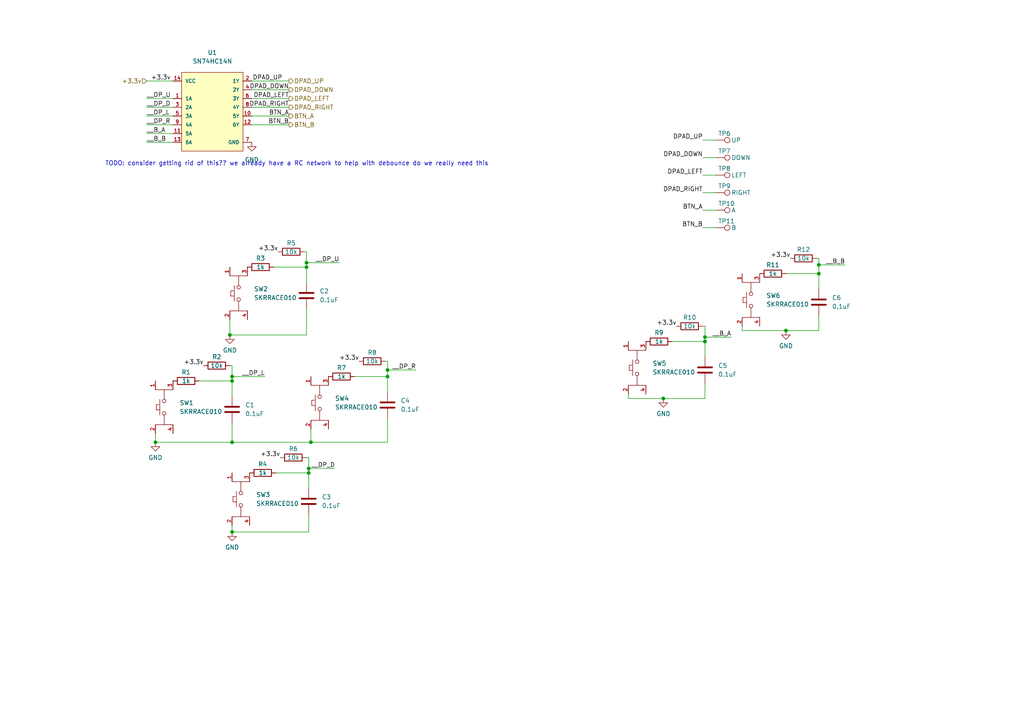
<source format=kicad_sch>
(kicad_sch (version 20210621) (generator eeschema)
  (paper "A4")
  (title_block (title "Gamepad buttons") (rev "indev") (comment 1 "https://github.com/cinnamondev/gamepithing"))
  (lib_symbols
    (symbol "Connector:TestPoint" (pin_numbers hide) (pin_names (offset 0.762) hide)
      (property "Reference" "TP" (at 0 6.858 0))
      (property "Value" "TestPoint" (at 0 5.08 0))
      (symbol "TestPoint_0_1"
        (circle (center 0 3.302) (radius 0.762))
      )
      (symbol "TestPoint_1_1"
        (pin passive line (at 0 0 90) (length 2.54) (name "1") (number "1"))
      )
    )
    (symbol "Device:C" (pin_numbers hide) (pin_names (offset 0.254))
      (property "Reference" "C" (at 0.635 2.54 0))
      (property "Value" "C" (at 0.635 -2.54 0))
      (symbol "C_0_1"
        (polyline (pts (xy -2.032 -0.762) (xy 2.032 -0.762)) (stroke (width 0.508)))
        (polyline (pts (xy -2.032 0.762) (xy 2.032 0.762)) (stroke (width 0.508)))
      )
      (symbol "C_1_1"
        (pin passive line (at 0 3.81 270) (length 2.794) (name "~") (number "1"))
        (pin passive line (at 0 -3.81 90) (length 2.794) (name "~") (number "2"))
      )
    )
    (symbol "Device:R" (pin_numbers hide) (pin_names (offset 0))
      (property "Reference" "R" (at 2.032 0 90))
      (property "Value" "R" (at 0 0 90))
      (symbol "R_0_1"
        (rectangle (start -1.016 -2.54) (end 1.016 2.54) (stroke (width 0.254)))
      )
      (symbol "R_1_1"
        (pin passive line (at 0 3.81 270) (length 1.27) (name "~") (number "1"))
        (pin passive line (at 0 -3.81 90) (length 1.27) (name "~") (number "2"))
      )
    )
    (symbol "EECBTN:SKRRACE010" (pin_names (offset 1.016))
      (property "Reference" "SW" (at 0 2.54 0))
      (property "Value" "SKRRACE010" (at 0 5.08 0))
      (symbol "SKRRACE010_1_1"
        (circle (center 8.382 -2.54) (radius 0.508))
        (circle (center 11.938 -2.54) (radius 0.508))
        (polyline (pts (xy 5.08 0) (xy 5.08 -5.08)))
        (polyline (pts (xy 7.874 -2.54) (xy 5.08 -2.54)))
        (polyline (pts (xy 7.874 -1.27) (xy 12.446 -1.27)))
        (polyline (pts (xy 9.398 -1.27) (xy 9.398 -0.254)))
        (polyline (pts (xy 9.398 -0.254) (xy 10.922 -0.254)))
        (polyline (pts (xy 10.922 -0.254) (xy 10.922 -1.016)))
        (polyline (pts (xy 12.446 -2.54) (xy 15.24 -2.54)))
        (polyline (pts (xy 15.24 0) (xy 15.24 -5.08)))
        (pin passive line (at 17.78 0 180) (length 2.54) (name "1") (number "1"))
        (pin passive line (at 2.54 0 0) (length 2.54) (name "2") (number "2"))
        (pin passive line (at 17.78 -5.08 180) (length 2.54) (name "3") (number "3"))
        (pin passive line (at 2.54 -5.08 0) (length 2.54) (name "4") (number "4"))
      )
    )
    (symbol "TI74HC14N:SN74HC14N" (pin_names (offset 1.016))
      (property "Reference" "U" (at 0 5.08 0))
      (property "Value" "SN74HC14N" (at 0 7.62 0))
      (symbol "SN74HC14N_1_1"
        (rectangle (start 5.08 2.54) (end 22.86 -20.32) (fill (type background)))
        (pin unspecified line (at 2.54 -5.08 0) (length 2.54) (name "1A") (number "1"))
        (pin unspecified line (at 25.4 -10.16 180) (length 2.54) (name "5Y") (number "10"))
        (pin unspecified line (at 2.54 -15.24 0) (length 2.54) (name "5A") (number "11"))
        (pin unspecified line (at 25.4 -12.7 180) (length 2.54) (name "6Y") (number "12"))
        (pin unspecified line (at 2.54 -17.78 0) (length 2.54) (name "6A") (number "13"))
        (pin unspecified line (at 2.54 0 0) (length 2.54) (name "VCC") (number "14"))
        (pin unspecified line (at 25.4 0 180) (length 2.54) (name "1Y") (number "2"))
        (pin unspecified line (at 2.54 -7.62 0) (length 2.54) (name "2A") (number "3"))
        (pin unspecified line (at 25.4 -2.54 180) (length 2.54) (name "2Y") (number "4"))
        (pin unspecified line (at 2.54 -10.16 0) (length 2.54) (name "3A") (number "5"))
        (pin unspecified line (at 25.4 -5.08 180) (length 2.54) (name "3Y") (number "6"))
        (pin unspecified line (at 25.4 -17.78 180) (length 2.54) (name "GND") (number "7"))
        (pin unspecified line (at 25.4 -7.62 180) (length 2.54) (name "4Y") (number "8"))
        (pin unspecified line (at 2.54 -12.7 0) (length 2.54) (name "4A") (number "9"))
      )
    )
    (symbol "power:GND" (power) (pin_names (offset 0))
      (property "Value" "GND" (at 0 -3.81 0))
      (symbol "GND_0_1"
        (polyline (pts (xy 0 0) (xy 0 -1.27) (xy 1.27 -1.27) (xy 0 -2.54) (xy -1.27 -1.27) (xy 0 -1.27)))
      )
      (symbol "GND_1_1"
        (pin power_in line (at 0 0 270) (length 0) hide (name "GND") (number "1"))
      )
    )
  )
  (junction (at 45.085 128.27) (diameter 0.9144))
  (junction (at 66.675 97.155) (diameter 0.9144))
  (junction (at 67.31 109.22) (diameter 0.9144))
  (junction (at 67.31 110.49) (diameter 0.9144))
  (junction (at 67.31 128.27) (diameter 0.9144))
  (junction (at 67.31 154.305) (diameter 0.9144))
  (junction (at 88.9 76.2) (diameter 0.9144))
  (junction (at 88.9 77.47) (diameter 0.9144))
  (junction (at 89.535 135.89) (diameter 0.9144))
  (junction (at 89.535 137.16) (diameter 0.9144))
  (junction (at 90.17 128.27) (diameter 0.9144))
  (junction (at 112.395 107.315) (diameter 0.9144))
  (junction (at 112.395 109.22) (diameter 0.9144))
  (junction (at 192.405 115.57) (diameter 0.9144))
  (junction (at 204.47 97.79) (diameter 0.9144))
  (junction (at 204.47 99.06) (diameter 0.9144))
  (junction (at 227.965 95.885) (diameter 0.9144))
  (junction (at 237.49 76.835) (diameter 0.9144))
  (junction (at 237.49 79.375) (diameter 0.9144))
  (wire (pts (xy 42.545 23.495) (xy 50.165 23.495)))
  (wire (pts (xy 42.545 28.575) (xy 50.165 28.575)))
  (wire (pts (xy 42.545 31.115) (xy 50.165 31.115)))
  (wire (pts (xy 42.545 33.655) (xy 50.165 33.655)))
  (wire (pts (xy 42.545 36.195) (xy 50.165 36.195)))
  (wire (pts (xy 42.545 38.735) (xy 50.165 38.735)))
  (wire (pts (xy 42.545 41.275) (xy 50.165 41.275)))
  (wire (pts (xy 45.085 125.73) (xy 45.085 128.27)))
  (wire (pts (xy 57.785 110.49) (xy 67.31 110.49)))
  (wire (pts (xy 66.675 92.71) (xy 66.675 97.155)))
  (wire (pts (xy 66.675 97.155) (xy 88.9 97.155)))
  (wire (pts (xy 67.31 106.045) (xy 66.675 106.045)))
  (wire (pts (xy 67.31 106.045) (xy 67.31 109.22)))
  (wire (pts (xy 67.31 109.22) (xy 67.31 110.49)))
  (wire (pts (xy 67.31 109.22) (xy 76.835 109.22)))
  (wire (pts (xy 67.31 114.935) (xy 67.31 110.49)))
  (wire (pts (xy 67.31 122.555) (xy 67.31 128.27)))
  (wire (pts (xy 67.31 128.27) (xy 45.085 128.27)))
  (wire (pts (xy 67.31 152.4) (xy 67.31 154.305)))
  (wire (pts (xy 73.025 23.495) (xy 83.82 23.495)))
  (wire (pts (xy 73.025 26.035) (xy 83.82 26.035)))
  (wire (pts (xy 73.025 28.575) (xy 83.82 28.575)))
  (wire (pts (xy 73.025 31.115) (xy 83.82 31.115)))
  (wire (pts (xy 73.025 33.655) (xy 83.82 33.655)))
  (wire (pts (xy 73.025 36.195) (xy 83.82 36.195)))
  (wire (pts (xy 79.375 77.47) (xy 88.9 77.47)))
  (wire (pts (xy 80.01 137.16) (xy 89.535 137.16)))
  (wire (pts (xy 88.9 73.025) (xy 88.265 73.025)))
  (wire (pts (xy 88.9 73.025) (xy 88.9 76.2)))
  (wire (pts (xy 88.9 76.2) (xy 88.9 77.47)))
  (wire (pts (xy 88.9 76.2) (xy 98.425 76.2)))
  (wire (pts (xy 88.9 81.915) (xy 88.9 77.47)))
  (wire (pts (xy 88.9 89.535) (xy 88.9 97.155)))
  (wire (pts (xy 89.535 132.715) (xy 88.9 132.715)))
  (wire (pts (xy 89.535 135.89) (xy 89.535 132.715)))
  (wire (pts (xy 89.535 135.89) (xy 97.155 135.89)))
  (wire (pts (xy 89.535 137.16) (xy 89.535 135.89)))
  (wire (pts (xy 89.535 141.605) (xy 89.535 137.16)))
  (wire (pts (xy 89.535 149.225) (xy 89.535 154.305)))
  (wire (pts (xy 89.535 154.305) (xy 67.31 154.305)))
  (wire (pts (xy 90.17 124.46) (xy 90.17 128.27)))
  (wire (pts (xy 90.17 128.27) (xy 67.31 128.27)))
  (wire (pts (xy 102.87 109.22) (xy 112.395 109.22)))
  (wire (pts (xy 112.395 104.775) (xy 111.76 104.775)))
  (wire (pts (xy 112.395 104.775) (xy 112.395 107.315)))
  (wire (pts (xy 112.395 107.315) (xy 112.395 109.22)))
  (wire (pts (xy 112.395 113.665) (xy 112.395 109.22)))
  (wire (pts (xy 112.395 121.285) (xy 112.395 128.27)))
  (wire (pts (xy 112.395 128.27) (xy 90.17 128.27)))
  (wire (pts (xy 120.65 107.315) (xy 112.395 107.315)))
  (wire (pts (xy 182.245 114.3) (xy 182.245 115.57)))
  (wire (pts (xy 192.405 115.57) (xy 182.245 115.57)))
  (wire (pts (xy 194.945 99.06) (xy 204.47 99.06)))
  (wire (pts (xy 203.835 40.64) (xy 207.645 40.64)))
  (wire (pts (xy 203.835 45.72) (xy 207.645 45.72)))
  (wire (pts (xy 203.835 50.8) (xy 207.645 50.8)))
  (wire (pts (xy 203.835 55.88) (xy 207.645 55.88)))
  (wire (pts (xy 203.835 60.96) (xy 207.645 60.96)))
  (wire (pts (xy 203.835 66.04) (xy 207.645 66.04)))
  (wire (pts (xy 204.47 94.615) (xy 203.835 94.615)))
  (wire (pts (xy 204.47 97.79) (xy 204.47 94.615)))
  (wire (pts (xy 204.47 97.79) (xy 212.09 97.79)))
  (wire (pts (xy 204.47 99.06) (xy 204.47 97.79)))
  (wire (pts (xy 204.47 103.505) (xy 204.47 99.06)))
  (wire (pts (xy 204.47 111.125) (xy 204.47 115.57)))
  (wire (pts (xy 204.47 115.57) (xy 192.405 115.57)))
  (wire (pts (xy 215.265 94.615) (xy 215.265 95.885)))
  (wire (pts (xy 215.265 95.885) (xy 227.965 95.885)))
  (wire (pts (xy 227.965 79.375) (xy 237.49 79.375)))
  (wire (pts (xy 237.49 74.93) (xy 236.855 74.93)))
  (wire (pts (xy 237.49 74.93) (xy 237.49 76.835)))
  (wire (pts (xy 237.49 76.835) (xy 237.49 79.375)))
  (wire (pts (xy 237.49 83.82) (xy 237.49 79.375)))
  (wire (pts (xy 237.49 91.44) (xy 237.49 95.885)))
  (wire (pts (xy 237.49 95.885) (xy 227.965 95.885)))
  (wire (pts (xy 245.11 76.835) (xy 237.49 76.835)))
  (text "TODO: consider getting rid of this?? we already have a RC network to help with debounce do we really need this\n" (at 30.48 48.26 0) (effects (font (size 1.27 1.27)) (justify left bottom)))
  (label "__DP_U" (at 42.545 28.575 0))
  (label "__DP_D" (at 42.545 31.115 0))
  (label "__DP_L" (at 42.545 33.655 0))
  (label "__DP_R" (at 42.545 36.195 0))
  (label "__B_A" (at 42.545 38.735 0))
  (label "__B_B" (at 42.545 41.275 0))
  (label "+3.3v" (at 49.53 23.495 180))
  (label "+3.3v" (at 59.055 106.045 180))
  (label "__DP_L" (at 76.835 109.22 180))
  (label "+3.3v" (at 80.645 73.025 180))
  (label "+3.3v" (at 81.28 132.715 180))
  (label "DPAD_UP" (at 81.915 23.495 180))
  (label "DPAD_DOWN" (at 83.82 26.035 180))
  (label "DPAD_LEFT" (at 83.82 28.575 180))
  (label "DPAD_RIGHT" (at 83.82 31.115 180))
  (label "BTN_A" (at 83.82 33.655 180))
  (label "BTN_B" (at 83.82 36.195 180))
  (label "__DP_D" (at 97.155 135.89 180))
  (label "__DP_U" (at 98.425 76.2 180))
  (label "+3.3v" (at 104.14 104.775 180))
  (label "__DP_R" (at 120.65 107.315 180))
  (label "+3.3v" (at 196.215 94.615 180))
  (label "DPAD_UP" (at 203.835 40.64 180))
  (label "DPAD_DOWN" (at 203.835 45.72 180))
  (label "DPAD_LEFT" (at 203.835 50.8 180))
  (label "DPAD_RIGHT" (at 203.835 55.88 180))
  (label "BTN_A" (at 203.835 60.96 180))
  (label "BTN_B" (at 203.835 66.04 180))
  (label "__B_A" (at 212.09 97.79 180))
  (label "+3.3v" (at 229.235 74.93 180))
  (label "__B_B" (at 245.11 76.835 180))
  (hierarchical_label "+3.3v" (shape input) (at 42.545 23.495 180))
  (hierarchical_label "DPAD_UP" (shape output) (at 83.82 23.495 0))
  (hierarchical_label "DPAD_DOWN" (shape output) (at 83.82 26.035 0))
  (hierarchical_label "DPAD_LEFT" (shape output) (at 83.82 28.575 0))
  (hierarchical_label "DPAD_RIGHT" (shape output) (at 83.82 31.115 0))
  (hierarchical_label "BTN_A" (shape output) (at 83.82 33.655 0))
  (hierarchical_label "BTN_B" (shape output) (at 83.82 36.195 0))
  (symbol (lib_id "Connector:TestPoint") (at 207.645 40.64 270) (unit 1)
    (property "Reference" "TP6" (at 208.28 38.7349 90) (effects (justify left)))
    (property "Value" "UP" (at 212.09 40.6399 90) (effects (justify left)))
    (property "Footprint" "TestPoint:TestPoint_Pad_2.0x2.0mm" (effects hide))
  )
  (symbol (lib_id "Connector:TestPoint") (at 207.645 45.72 270) (unit 1)
    (property "Reference" "TP7" (at 208.28 43.8149 90) (effects (justify left)))
    (property "Value" "DOWN" (at 212.09 45.7199 90) (effects (justify left)))
    (property "Footprint" "TestPoint:TestPoint_Pad_2.0x2.0mm" (effects hide))
  )
  (symbol (lib_id "Connector:TestPoint") (at 207.645 50.8 270) (unit 1)
    (property "Reference" "TP8" (at 208.28 48.8949 90) (effects (justify left)))
    (property "Value" "LEFT" (at 212.09 50.7999 90) (effects (justify left)))
    (property "Footprint" "TestPoint:TestPoint_Pad_2.0x2.0mm" (effects hide))
  )
  (symbol (lib_id "Connector:TestPoint") (at 207.645 55.88 270) (unit 1)
    (property "Reference" "TP9" (at 208.28 53.9749 90) (effects (justify left)))
    (property "Value" "RIGHT" (at 212.09 55.8799 90) (effects (justify left)))
    (property "Footprint" "TestPoint:TestPoint_Pad_2.0x2.0mm" (effects hide))
  )
  (symbol (lib_id "Connector:TestPoint") (at 207.645 60.96 270) (unit 1)
    (property "Reference" "TP10" (at 208.28 59.0549 90) (effects (justify left)))
    (property "Value" "A" (at 212.09 60.9599 90) (effects (justify left)))
    (property "Footprint" "TestPoint:TestPoint_Pad_2.0x2.0mm" (effects hide))
  )
  (symbol (lib_id "Connector:TestPoint") (at 207.645 66.04 270) (unit 1)
    (property "Reference" "TP11" (at 208.28 64.1349 90) (effects (justify left)))
    (property "Value" "B" (at 212.09 66.0399 90) (effects (justify left)))
    (property "Footprint" "TestPoint:TestPoint_Pad_2.0x2.0mm" (effects hide))
  )
  (symbol (lib_id "power:GND") (at 45.085 128.27 0) (unit 1)
    (property "Reference" "#PWR03" (effects hide))
    (property "Value" "GND" (at 45.085 132.715 0))
  )
  (symbol (lib_id "power:GND") (at 66.675 97.155 0) (unit 1)
    (property "Reference" "#PWR04" (effects hide))
    (property "Value" "GND" (at 66.675 101.6 0))
  )
  (symbol (lib_id "power:GND") (at 67.31 154.305 0) (unit 1)
    (property "Reference" "#PWR0103" (effects hide))
    (property "Value" "GND" (at 67.31 158.75 0))
  )
  (symbol (lib_id "power:GND") (at 73.025 41.275 0) (unit 1)
    (property "Reference" "#PWR05" (effects hide))
    (property "Value" "GND" (at 73.025 46.355 0))
  )
  (symbol (lib_id "power:GND") (at 192.405 115.57 0) (unit 1)
    (property "Reference" "#PWR0102" (effects hide))
    (property "Value" "GND" (at 192.405 120.015 0))
  )
  (symbol (lib_id "power:GND") (at 227.965 95.885 0) (unit 1)
    (property "Reference" "#PWR06" (effects hide))
    (property "Value" "GND" (at 227.965 100.33 0))
  )
  (symbol (lib_id "Device:R") (at 53.975 110.49 90) (unit 1)
    (property "Reference" "R1" (at 53.975 107.95 90))
    (property "Value" "1k" (at 53.975 110.49 90))
    (property "Footprint" "Resistor_SMD:R_0805_2012Metric_Pad1.20x1.40mm_HandSolder" (effects hide))
  )
  (symbol (lib_id "Device:R") (at 62.865 106.045 90) (unit 1)
    (property "Reference" "R2" (at 62.865 103.505 90))
    (property "Value" "10k" (at 62.865 106.045 90))
    (property "Footprint" "Resistor_SMD:R_0805_2012Metric_Pad1.20x1.40mm_HandSolder" (effects hide))
  )
  (symbol (lib_id "Device:R") (at 75.565 77.47 90) (unit 1)
    (property "Reference" "R3" (at 75.565 74.93 90))
    (property "Value" "1k" (at 75.565 77.47 90))
    (property "Footprint" "Resistor_SMD:R_0805_2012Metric_Pad1.20x1.40mm_HandSolder" (effects hide))
  )
  (symbol (lib_id "Device:R") (at 76.2 137.16 90) (unit 1)
    (property "Reference" "R4" (at 76.2 134.62 90))
    (property "Value" "1k" (at 76.2 137.16 90))
    (property "Footprint" "Resistor_SMD:R_0805_2012Metric_Pad1.20x1.40mm_HandSolder" (effects hide))
  )
  (symbol (lib_id "Device:R") (at 84.455 73.025 90) (unit 1)
    (property "Reference" "R5" (at 84.455 70.485 90))
    (property "Value" "10k" (at 84.455 73.025 90))
    (property "Footprint" "Resistor_SMD:R_0805_2012Metric_Pad1.20x1.40mm_HandSolder" (effects hide))
  )
  (symbol (lib_id "Device:R") (at 85.09 132.715 90) (unit 1)
    (property "Reference" "R6" (at 85.09 130.175 90))
    (property "Value" "10k" (at 85.09 132.715 90))
    (property "Footprint" "Resistor_SMD:R_0805_2012Metric_Pad1.20x1.40mm_HandSolder" (effects hide))
  )
  (symbol (lib_id "Device:R") (at 99.06 109.22 90) (unit 1)
    (property "Reference" "R7" (at 99.06 106.68 90))
    (property "Value" "1k" (at 99.06 109.22 90))
    (property "Footprint" "Resistor_SMD:R_0805_2012Metric_Pad1.20x1.40mm_HandSolder" (effects hide))
  )
  (symbol (lib_id "Device:R") (at 107.95 104.775 90) (unit 1)
    (property "Reference" "R8" (at 107.95 102.235 90))
    (property "Value" "10k" (at 107.95 104.775 90))
    (property "Footprint" "Resistor_SMD:R_0805_2012Metric_Pad1.20x1.40mm_HandSolder" (effects hide))
  )
  (symbol (lib_id "Device:R") (at 191.135 99.06 90) (unit 1)
    (property "Reference" "R9" (at 191.135 96.52 90))
    (property "Value" "1k" (at 191.135 99.06 90))
    (property "Footprint" "Resistor_SMD:R_0805_2012Metric_Pad1.20x1.40mm_HandSolder" (effects hide))
  )
  (symbol (lib_id "Device:R") (at 200.025 94.615 90) (unit 1)
    (property "Reference" "R10" (at 200.025 92.075 90))
    (property "Value" "10k" (at 200.025 94.615 90))
    (property "Footprint" "Resistor_SMD:R_0805_2012Metric_Pad1.20x1.40mm_HandSolder" (effects hide))
  )
  (symbol (lib_id "Device:R") (at 224.155 79.375 90) (unit 1)
    (property "Reference" "R11" (at 224.155 76.835 90))
    (property "Value" "1k" (at 224.155 79.375 90))
    (property "Footprint" "Resistor_SMD:R_0805_2012Metric_Pad1.20x1.40mm_HandSolder" (effects hide))
  )
  (symbol (lib_id "Device:R") (at 233.045 74.93 90) (unit 1)
    (property "Reference" "R12" (at 233.045 72.39 90))
    (property "Value" "10k" (at 233.045 74.93 90))
    (property "Footprint" "Resistor_SMD:R_0805_2012Metric_Pad1.20x1.40mm_HandSolder" (effects hide))
  )
  (symbol (lib_id "Device:C") (at 67.31 118.745 180) (unit 1)
    (property "Reference" "C1" (at 71.12 117.4749 0) (effects (justify right)))
    (property "Value" "0.1uF" (at 71.12 120.0149 0) (effects (justify right)))
    (property "Footprint" "Capacitor_SMD:C_0504_1310Metric_Pad0.83x1.28mm_HandSolder" (effects hide))
  )
  (symbol (lib_id "Device:C") (at 88.9 85.725 0) (unit 1)
    (property "Reference" "C2" (at 92.71 84.4549 0) (effects (justify left)))
    (property "Value" "0.1uF" (at 92.71 86.9949 0) (effects (justify left)))
    (property "Footprint" "Capacitor_SMD:C_0504_1310Metric_Pad0.83x1.28mm_HandSolder" (effects hide))
  )
  (symbol (lib_id "Device:C") (at 89.535 145.415 0) (unit 1)
    (property "Reference" "C3" (at 93.345 144.1449 0) (effects (justify left)))
    (property "Value" "0.1uF" (at 93.345 146.6849 0) (effects (justify left)))
    (property "Footprint" "Capacitor_SMD:C_0504_1310Metric_Pad0.83x1.28mm_HandSolder" (effects hide))
  )
  (symbol (lib_id "Device:C") (at 112.395 117.475 0) (unit 1)
    (property "Reference" "C4" (at 116.205 116.2049 0) (effects (justify left)))
    (property "Value" "0.1uF" (at 116.205 118.7449 0) (effects (justify left)))
    (property "Footprint" "Capacitor_SMD:C_0504_1310Metric_Pad0.83x1.28mm_HandSolder" (effects hide))
  )
  (symbol (lib_id "Device:C") (at 204.47 107.315 0) (unit 1)
    (property "Reference" "C5" (at 208.28 106.0449 0) (effects (justify left)))
    (property "Value" "0.1uF" (at 208.28 108.5849 0) (effects (justify left)))
    (property "Footprint" "Capacitor_SMD:C_0504_1310Metric_Pad0.83x1.28mm_HandSolder" (effects hide))
  )
  (symbol (lib_id "Device:C") (at 237.49 87.63 0) (unit 1)
    (property "Reference" "C6" (at 241.3 86.3599 0) (effects (justify left)))
    (property "Value" "0.1uF" (at 241.3 88.8999 0) (effects (justify left)))
    (property "Footprint" "Capacitor_SMD:C_0504_1310Metric_Pad0.83x1.28mm_HandSolder" (effects hide))
  )
  (symbol (lib_id "EECBTN:SKRRACE010") (at 45.085 128.27 90) (unit 1)
    (property "Reference" "SW1" (at 52.07 116.8399 90) (effects (justify right)))
    (property "Value" "SKRRACE010" (at 52.07 119.3799 90) (effects (justify right)))
    (property "Footprint" "eec:ALPS-SKRRACE010-0-0-MFG" (effects hide))
    (property "Datasheet" "https://www.alps.com/prod/info/E/HTML/Tact/SurfaceMount/SKRR/SKRRACE010.html#Land%20Dimensions" (effects hide))
    (property "automotive" "No" (effects hide))
    (property "category" "Switch" (effects hide))
    (property "contact current rating" "50mA" (effects hide))
    (property "contact resistance" "500mΩ" (effects hide))
    (property "device class L1" "Electromechanical" (effects hide))
    (property "device class L2" "Switches" (effects hide))
    (property "device class L3" "Tactile Switches" (effects hide))
    (property "electromechanical life" "5000000Cycles" (effects hide))
    (property "height" "0.75mm" (effects hide))
    (property "lead free" "Yes" (effects hide))
    (property "library id" "d149e0fe2bdab275" (effects hide))
    (property "manufacturer" "ALPS" (effects hide))
    (property "mouser description" "Switch Tactile N.O. SPST Flush Round Button 0.05A 12VDC 2N SMD T/R" (effects hide))
    (property "mouser part number" "688-SKRRACE010" (effects hide))
    (property "operating force" "2N" (effects hide))
    (property "package" "SMT_SW_TACT_7MM5_7MM0" (effects hide))
    (property "rohs" "Yes" (effects hide))
    (property "temperature range high" "+85°C" (effects hide))
    (property "temperature range low" "-30°C" (effects hide))
    (property "throw configuration" "SPST" (effects hide))
    (property "voltage rating DC" "12V" (effects hide))
  )
  (symbol (lib_id "EECBTN:SKRRACE010") (at 66.675 95.25 90) (unit 1)
    (property "Reference" "SW2" (at 73.66 83.8199 90) (effects (justify right)))
    (property "Value" "SKRRACE010" (at 73.66 86.3599 90) (effects (justify right)))
    (property "Footprint" "eec:ALPS-SKRRACE010-0-0-MFG" (effects hide))
    (property "Datasheet" "https://www.alps.com/prod/info/E/HTML/Tact/SurfaceMount/SKRR/SKRRACE010.html#Land%20Dimensions" (effects hide))
    (property "automotive" "No" (effects hide))
    (property "category" "Switch" (effects hide))
    (property "contact current rating" "50mA" (effects hide))
    (property "contact resistance" "500mΩ" (effects hide))
    (property "device class L1" "Electromechanical" (effects hide))
    (property "device class L2" "Switches" (effects hide))
    (property "device class L3" "Tactile Switches" (effects hide))
    (property "electromechanical life" "5000000Cycles" (effects hide))
    (property "height" "0.75mm" (effects hide))
    (property "lead free" "Yes" (effects hide))
    (property "library id" "d149e0fe2bdab275" (effects hide))
    (property "manufacturer" "ALPS" (effects hide))
    (property "mouser description" "Switch Tactile N.O. SPST Flush Round Button 0.05A 12VDC 2N SMD T/R" (effects hide))
    (property "mouser part number" "688-SKRRACE010" (effects hide))
    (property "operating force" "2N" (effects hide))
    (property "package" "SMT_SW_TACT_7MM5_7MM0" (effects hide))
    (property "rohs" "Yes" (effects hide))
    (property "temperature range high" "+85°C" (effects hide))
    (property "temperature range low" "-30°C" (effects hide))
    (property "throw configuration" "SPST" (effects hide))
    (property "voltage rating DC" "12V" (effects hide))
  )
  (symbol (lib_id "EECBTN:SKRRACE010") (at 67.31 154.94 90) (unit 1)
    (property "Reference" "SW3" (at 74.295 143.5099 90) (effects (justify right)))
    (property "Value" "SKRRACE010" (at 74.295 146.0499 90) (effects (justify right)))
    (property "Footprint" "eec:ALPS-SKRRACE010-0-0-MFG" (effects hide))
    (property "Datasheet" "https://www.alps.com/prod/info/E/HTML/Tact/SurfaceMount/SKRR/SKRRACE010.html#Land%20Dimensions" (effects hide))
    (property "automotive" "No" (effects hide))
    (property "category" "Switch" (effects hide))
    (property "contact current rating" "50mA" (effects hide))
    (property "contact resistance" "500mΩ" (effects hide))
    (property "device class L1" "Electromechanical" (effects hide))
    (property "device class L2" "Switches" (effects hide))
    (property "device class L3" "Tactile Switches" (effects hide))
    (property "electromechanical life" "5000000Cycles" (effects hide))
    (property "height" "0.75mm" (effects hide))
    (property "lead free" "Yes" (effects hide))
    (property "library id" "d149e0fe2bdab275" (effects hide))
    (property "manufacturer" "ALPS" (effects hide))
    (property "mouser description" "Switch Tactile N.O. SPST Flush Round Button 0.05A 12VDC 2N SMD T/R" (effects hide))
    (property "mouser part number" "688-SKRRACE010" (effects hide))
    (property "operating force" "2N" (effects hide))
    (property "package" "SMT_SW_TACT_7MM5_7MM0" (effects hide))
    (property "rohs" "Yes" (effects hide))
    (property "temperature range high" "+85°C" (effects hide))
    (property "temperature range low" "-30°C" (effects hide))
    (property "throw configuration" "SPST" (effects hide))
    (property "voltage rating DC" "12V" (effects hide))
  )
  (symbol (lib_id "EECBTN:SKRRACE010") (at 90.17 127 90) (unit 1)
    (property "Reference" "SW4" (at 97.155 115.5699 90) (effects (justify right)))
    (property "Value" "SKRRACE010" (at 97.155 118.1099 90) (effects (justify right)))
    (property "Footprint" "eec:ALPS-SKRRACE010-0-0-MFG" (effects hide))
    (property "Datasheet" "https://www.alps.com/prod/info/E/HTML/Tact/SurfaceMount/SKRR/SKRRACE010.html#Land%20Dimensions" (effects hide))
    (property "automotive" "No" (effects hide))
    (property "category" "Switch" (effects hide))
    (property "contact current rating" "50mA" (effects hide))
    (property "contact resistance" "500mΩ" (effects hide))
    (property "device class L1" "Electromechanical" (effects hide))
    (property "device class L2" "Switches" (effects hide))
    (property "device class L3" "Tactile Switches" (effects hide))
    (property "electromechanical life" "5000000Cycles" (effects hide))
    (property "height" "0.75mm" (effects hide))
    (property "lead free" "Yes" (effects hide))
    (property "library id" "d149e0fe2bdab275" (effects hide))
    (property "manufacturer" "ALPS" (effects hide))
    (property "mouser description" "Switch Tactile N.O. SPST Flush Round Button 0.05A 12VDC 2N SMD T/R" (effects hide))
    (property "mouser part number" "688-SKRRACE010" (effects hide))
    (property "operating force" "2N" (effects hide))
    (property "package" "SMT_SW_TACT_7MM5_7MM0" (effects hide))
    (property "rohs" "Yes" (effects hide))
    (property "temperature range high" "+85°C" (effects hide))
    (property "temperature range low" "-30°C" (effects hide))
    (property "throw configuration" "SPST" (effects hide))
    (property "voltage rating DC" "12V" (effects hide))
  )
  (symbol (lib_id "EECBTN:SKRRACE010") (at 182.245 116.84 90) (unit 1)
    (property "Reference" "SW5" (at 189.23 105.4099 90) (effects (justify right)))
    (property "Value" "SKRRACE010" (at 189.23 107.9499 90) (effects (justify right)))
    (property "Footprint" "eec:ALPS-SKRRACE010-0-0-MFG" (effects hide))
    (property "Datasheet" "https://www.alps.com/prod/info/E/HTML/Tact/SurfaceMount/SKRR/SKRRACE010.html#Land%20Dimensions" (effects hide))
    (property "automotive" "No" (effects hide))
    (property "category" "Switch" (effects hide))
    (property "contact current rating" "50mA" (effects hide))
    (property "contact resistance" "500mΩ" (effects hide))
    (property "device class L1" "Electromechanical" (effects hide))
    (property "device class L2" "Switches" (effects hide))
    (property "device class L3" "Tactile Switches" (effects hide))
    (property "electromechanical life" "5000000Cycles" (effects hide))
    (property "height" "0.75mm" (effects hide))
    (property "lead free" "Yes" (effects hide))
    (property "library id" "d149e0fe2bdab275" (effects hide))
    (property "manufacturer" "ALPS" (effects hide))
    (property "mouser description" "Switch Tactile N.O. SPST Flush Round Button 0.05A 12VDC 2N SMD T/R" (effects hide))
    (property "mouser part number" "688-SKRRACE010" (effects hide))
    (property "operating force" "2N" (effects hide))
    (property "package" "SMT_SW_TACT_7MM5_7MM0" (effects hide))
    (property "rohs" "Yes" (effects hide))
    (property "temperature range high" "+85°C" (effects hide))
    (property "temperature range low" "-30°C" (effects hide))
    (property "throw configuration" "SPST" (effects hide))
    (property "voltage rating DC" "12V" (effects hide))
  )
  (symbol (lib_id "EECBTN:SKRRACE010") (at 215.265 97.155 90) (unit 1)
    (property "Reference" "SW6" (at 222.25 85.7249 90) (effects (justify right)))
    (property "Value" "SKRRACE010" (at 222.25 88.2649 90) (effects (justify right)))
    (property "Footprint" "eec:ALPS-SKRRACE010-0-0-MFG" (effects hide))
    (property "Datasheet" "https://www.alps.com/prod/info/E/HTML/Tact/SurfaceMount/SKRR/SKRRACE010.html#Land%20Dimensions" (effects hide))
    (property "automotive" "No" (effects hide))
    (property "category" "Switch" (effects hide))
    (property "contact current rating" "50mA" (effects hide))
    (property "contact resistance" "500mΩ" (effects hide))
    (property "device class L1" "Electromechanical" (effects hide))
    (property "device class L2" "Switches" (effects hide))
    (property "device class L3" "Tactile Switches" (effects hide))
    (property "electromechanical life" "5000000Cycles" (effects hide))
    (property "height" "0.75mm" (effects hide))
    (property "lead free" "Yes" (effects hide))
    (property "library id" "d149e0fe2bdab275" (effects hide))
    (property "manufacturer" "ALPS" (effects hide))
    (property "mouser description" "Switch Tactile N.O. SPST Flush Round Button 0.05A 12VDC 2N SMD T/R" (effects hide))
    (property "mouser part number" "688-SKRRACE010" (effects hide))
    (property "operating force" "2N" (effects hide))
    (property "package" "SMT_SW_TACT_7MM5_7MM0" (effects hide))
    (property "rohs" "Yes" (effects hide))
    (property "temperature range high" "+85°C" (effects hide))
    (property "temperature range low" "-30°C" (effects hide))
    (property "throw configuration" "SPST" (effects hide))
    (property "voltage rating DC" "12V" (effects hide))
  )
  (symbol (lib_id "TI74HC14N:SN74HC14N") (at 47.625 23.495 0) (unit 1)
    (property "Reference" "U1" (at 61.595 15.24 0))
    (property "Value" "SN74HC14N" (at 61.595 17.78 0))
    (property "Footprint" "TI74HC14N:Texas_Instruments-R_R-PDIP-T14-0-0-0" (effects hide))
    (property "Datasheet" "http://www.ti.com/lit/ds/symlink/sn74hc14.pdf" (effects hide))
    (property "Manufacturer Link" "http://www.ti.com/" (effects hide))
    (property "category" "IC" (effects hide))
    (property "category 1a2bd7212bffc1ec" "Logic Gates, Single" (effects hide))
    (property "category 9e07530daf1645c0" "Semiconductors and Actives" (effects hide))
    (property "category 9e37533dafe045f0" "Logic, Standard" (effects hide))
    (property "category c6e50beff7391d22" "Buffer Gates" (effects hide))
    (property "digikey description" "Inverter IC 6 Channel Schmitt Trigger 14-PDIP" (effects hide))
    (property "digikey part number" "296-1577-5-ND" (effects hide))
    (property "footprint 0 description" "DIP; 14 Leads; Row Spacing 7.62 mm; Pitch 2.54 mm" (effects hide))
    (property "ipc land pattern name" "DIP794W46P254L1930H508Q14" (effects hide))
    (property "lead free" "yes" (effects hide))
    (property "library id" "b43e3c86725c9df6" (effects hide))
    (property "manufacturer" "Texas Instruments" (effects hide))
    (property "mouser part number" "595-SN74HC14N" (effects hide))
    (property "octopart part number" "db30123b6a3504f7" (effects hide))
    (property "package" "PDIP-14" (effects hide))
    (property "rohs" "yes" (effects hide))
    (property "temperature range high" "+85°C" (effects hide))
    (property "temperature range low" "-40°C" (effects hide))
    (property "max supply voltage dc" "6.0V" (effects hide))
    (property "min supply voltage dc" "2.0V" (effects hide))
    (property "mounting style" "through hole" (effects hide))
    (property "output current" "0.0052A" (effects hide))
    (property "output current drive" "-0.001A" (effects hide))
    (property "propagation delay max" "2.6e-08s" (effects hide))
    (property "reach svhc compliance" "No SVHC" (effects hide))
    (property "voltage nodes" "6.0V" (effects hide))
  )
)
</source>
